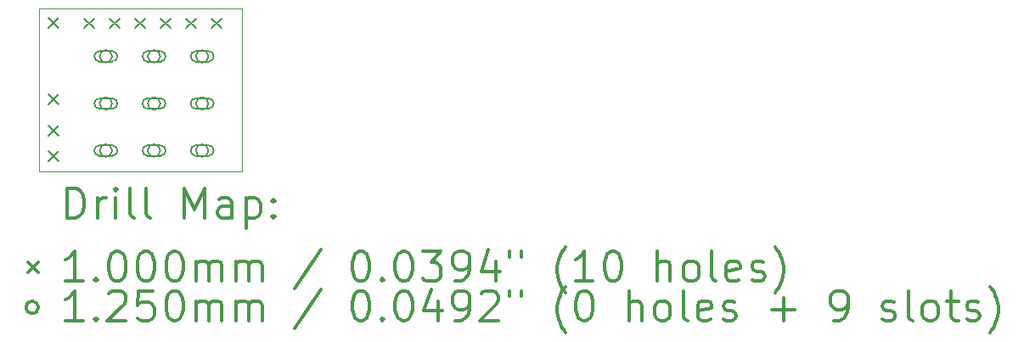
<source format=gbr>
%FSLAX45Y45*%
G04 Gerber Fmt 4.5, Leading zero omitted, Abs format (unit mm)*
G04 Created by KiCad (PCBNEW (5.1.10)-1) date 2022-03-26 18:45:40*
%MOMM*%
%LPD*%
G01*
G04 APERTURE LIST*
%TA.AperFunction,Profile*%
%ADD10C,0.050000*%
%TD*%
%ADD11C,0.200000*%
%ADD12C,0.300000*%
G04 APERTURE END LIST*
D10*
X13850000Y-9050000D02*
X15000000Y-9050000D01*
X13850000Y-10675000D02*
X13850000Y-9050000D01*
X15875000Y-10675000D02*
X13850000Y-10675000D01*
X15875000Y-9050000D02*
X15875000Y-10675000D01*
X15000000Y-9050000D02*
X15875000Y-9050000D01*
D11*
X13950000Y-9144000D02*
X14050000Y-9244000D01*
X14050000Y-9144000D02*
X13950000Y-9244000D01*
X13950000Y-9906000D02*
X14050000Y-10006000D01*
X14050000Y-9906000D02*
X13950000Y-10006000D01*
X13950000Y-10225000D02*
X14050000Y-10325000D01*
X14050000Y-10225000D02*
X13950000Y-10325000D01*
X13950000Y-10479000D02*
X14050000Y-10579000D01*
X14050000Y-10479000D02*
X13950000Y-10579000D01*
X14300000Y-9150000D02*
X14400000Y-9250000D01*
X14400000Y-9150000D02*
X14300000Y-9250000D01*
X14554000Y-9150000D02*
X14654000Y-9250000D01*
X14654000Y-9150000D02*
X14554000Y-9250000D01*
X14808000Y-9150000D02*
X14908000Y-9250000D01*
X14908000Y-9150000D02*
X14808000Y-9250000D01*
X15062000Y-9150000D02*
X15162000Y-9250000D01*
X15162000Y-9150000D02*
X15062000Y-9250000D01*
X15316000Y-9150000D02*
X15416000Y-9250000D01*
X15416000Y-9150000D02*
X15316000Y-9250000D01*
X15570000Y-9150000D02*
X15670000Y-9250000D01*
X15670000Y-9150000D02*
X15570000Y-9250000D01*
X14582500Y-9530000D02*
G75*
G03*
X14582500Y-9530000I-62500J0D01*
G01*
X14457500Y-9582500D02*
X14582500Y-9582500D01*
X14457500Y-9477500D02*
X14582500Y-9477500D01*
X14582500Y-9582500D02*
G75*
G03*
X14582500Y-9477500I0J52500D01*
G01*
X14457500Y-9477500D02*
G75*
G03*
X14457500Y-9582500I0J-52500D01*
G01*
X14582500Y-10000000D02*
G75*
G03*
X14582500Y-10000000I-62500J0D01*
G01*
X14457500Y-10052500D02*
X14582500Y-10052500D01*
X14457500Y-9947500D02*
X14582500Y-9947500D01*
X14582500Y-10052500D02*
G75*
G03*
X14582500Y-9947500I0J52500D01*
G01*
X14457500Y-9947500D02*
G75*
G03*
X14457500Y-10052500I0J-52500D01*
G01*
X14582500Y-10470000D02*
G75*
G03*
X14582500Y-10470000I-62500J0D01*
G01*
X14457500Y-10522500D02*
X14582500Y-10522500D01*
X14457500Y-10417500D02*
X14582500Y-10417500D01*
X14582500Y-10522500D02*
G75*
G03*
X14582500Y-10417500I0J52500D01*
G01*
X14457500Y-10417500D02*
G75*
G03*
X14457500Y-10522500I0J-52500D01*
G01*
X15062500Y-9530000D02*
G75*
G03*
X15062500Y-9530000I-62500J0D01*
G01*
X14937500Y-9582500D02*
X15062500Y-9582500D01*
X14937500Y-9477500D02*
X15062500Y-9477500D01*
X15062500Y-9582500D02*
G75*
G03*
X15062500Y-9477500I0J52500D01*
G01*
X14937500Y-9477500D02*
G75*
G03*
X14937500Y-9582500I0J-52500D01*
G01*
X15062500Y-10000000D02*
G75*
G03*
X15062500Y-10000000I-62500J0D01*
G01*
X14937500Y-10052500D02*
X15062500Y-10052500D01*
X14937500Y-9947500D02*
X15062500Y-9947500D01*
X15062500Y-10052500D02*
G75*
G03*
X15062500Y-9947500I0J52500D01*
G01*
X14937500Y-9947500D02*
G75*
G03*
X14937500Y-10052500I0J-52500D01*
G01*
X15062500Y-10470000D02*
G75*
G03*
X15062500Y-10470000I-62500J0D01*
G01*
X14937500Y-10522500D02*
X15062500Y-10522500D01*
X14937500Y-10417500D02*
X15062500Y-10417500D01*
X15062500Y-10522500D02*
G75*
G03*
X15062500Y-10417500I0J52500D01*
G01*
X14937500Y-10417500D02*
G75*
G03*
X14937500Y-10522500I0J-52500D01*
G01*
X15542500Y-9530000D02*
G75*
G03*
X15542500Y-9530000I-62500J0D01*
G01*
X15417500Y-9582500D02*
X15542500Y-9582500D01*
X15417500Y-9477500D02*
X15542500Y-9477500D01*
X15542500Y-9582500D02*
G75*
G03*
X15542500Y-9477500I0J52500D01*
G01*
X15417500Y-9477500D02*
G75*
G03*
X15417500Y-9582500I0J-52500D01*
G01*
X15542500Y-10000000D02*
G75*
G03*
X15542500Y-10000000I-62500J0D01*
G01*
X15417500Y-10052500D02*
X15542500Y-10052500D01*
X15417500Y-9947500D02*
X15542500Y-9947500D01*
X15542500Y-10052500D02*
G75*
G03*
X15542500Y-9947500I0J52500D01*
G01*
X15417500Y-9947500D02*
G75*
G03*
X15417500Y-10052500I0J-52500D01*
G01*
X15542500Y-10470000D02*
G75*
G03*
X15542500Y-10470000I-62500J0D01*
G01*
X15417500Y-10522500D02*
X15542500Y-10522500D01*
X15417500Y-10417500D02*
X15542500Y-10417500D01*
X15542500Y-10522500D02*
G75*
G03*
X15542500Y-10417500I0J52500D01*
G01*
X15417500Y-10417500D02*
G75*
G03*
X15417500Y-10522500I0J-52500D01*
G01*
D12*
X14133928Y-11143214D02*
X14133928Y-10843214D01*
X14205357Y-10843214D01*
X14248214Y-10857500D01*
X14276786Y-10886072D01*
X14291071Y-10914643D01*
X14305357Y-10971786D01*
X14305357Y-11014643D01*
X14291071Y-11071786D01*
X14276786Y-11100357D01*
X14248214Y-11128929D01*
X14205357Y-11143214D01*
X14133928Y-11143214D01*
X14433928Y-11143214D02*
X14433928Y-10943214D01*
X14433928Y-11000357D02*
X14448214Y-10971786D01*
X14462500Y-10957500D01*
X14491071Y-10943214D01*
X14519643Y-10943214D01*
X14619643Y-11143214D02*
X14619643Y-10943214D01*
X14619643Y-10843214D02*
X14605357Y-10857500D01*
X14619643Y-10871786D01*
X14633928Y-10857500D01*
X14619643Y-10843214D01*
X14619643Y-10871786D01*
X14805357Y-11143214D02*
X14776786Y-11128929D01*
X14762500Y-11100357D01*
X14762500Y-10843214D01*
X14962500Y-11143214D02*
X14933928Y-11128929D01*
X14919643Y-11100357D01*
X14919643Y-10843214D01*
X15305357Y-11143214D02*
X15305357Y-10843214D01*
X15405357Y-11057500D01*
X15505357Y-10843214D01*
X15505357Y-11143214D01*
X15776786Y-11143214D02*
X15776786Y-10986072D01*
X15762500Y-10957500D01*
X15733928Y-10943214D01*
X15676786Y-10943214D01*
X15648214Y-10957500D01*
X15776786Y-11128929D02*
X15748214Y-11143214D01*
X15676786Y-11143214D01*
X15648214Y-11128929D01*
X15633928Y-11100357D01*
X15633928Y-11071786D01*
X15648214Y-11043214D01*
X15676786Y-11028929D01*
X15748214Y-11028929D01*
X15776786Y-11014643D01*
X15919643Y-10943214D02*
X15919643Y-11243214D01*
X15919643Y-10957500D02*
X15948214Y-10943214D01*
X16005357Y-10943214D01*
X16033928Y-10957500D01*
X16048214Y-10971786D01*
X16062500Y-11000357D01*
X16062500Y-11086072D01*
X16048214Y-11114643D01*
X16033928Y-11128929D01*
X16005357Y-11143214D01*
X15948214Y-11143214D01*
X15919643Y-11128929D01*
X16191071Y-11114643D02*
X16205357Y-11128929D01*
X16191071Y-11143214D01*
X16176786Y-11128929D01*
X16191071Y-11114643D01*
X16191071Y-11143214D01*
X16191071Y-10957500D02*
X16205357Y-10971786D01*
X16191071Y-10986072D01*
X16176786Y-10971786D01*
X16191071Y-10957500D01*
X16191071Y-10986072D01*
X13747500Y-11587500D02*
X13847500Y-11687500D01*
X13847500Y-11587500D02*
X13747500Y-11687500D01*
X14291071Y-11773214D02*
X14119643Y-11773214D01*
X14205357Y-11773214D02*
X14205357Y-11473214D01*
X14176786Y-11516071D01*
X14148214Y-11544643D01*
X14119643Y-11558929D01*
X14419643Y-11744643D02*
X14433928Y-11758929D01*
X14419643Y-11773214D01*
X14405357Y-11758929D01*
X14419643Y-11744643D01*
X14419643Y-11773214D01*
X14619643Y-11473214D02*
X14648214Y-11473214D01*
X14676786Y-11487500D01*
X14691071Y-11501786D01*
X14705357Y-11530357D01*
X14719643Y-11587500D01*
X14719643Y-11658929D01*
X14705357Y-11716071D01*
X14691071Y-11744643D01*
X14676786Y-11758929D01*
X14648214Y-11773214D01*
X14619643Y-11773214D01*
X14591071Y-11758929D01*
X14576786Y-11744643D01*
X14562500Y-11716071D01*
X14548214Y-11658929D01*
X14548214Y-11587500D01*
X14562500Y-11530357D01*
X14576786Y-11501786D01*
X14591071Y-11487500D01*
X14619643Y-11473214D01*
X14905357Y-11473214D02*
X14933928Y-11473214D01*
X14962500Y-11487500D01*
X14976786Y-11501786D01*
X14991071Y-11530357D01*
X15005357Y-11587500D01*
X15005357Y-11658929D01*
X14991071Y-11716071D01*
X14976786Y-11744643D01*
X14962500Y-11758929D01*
X14933928Y-11773214D01*
X14905357Y-11773214D01*
X14876786Y-11758929D01*
X14862500Y-11744643D01*
X14848214Y-11716071D01*
X14833928Y-11658929D01*
X14833928Y-11587500D01*
X14848214Y-11530357D01*
X14862500Y-11501786D01*
X14876786Y-11487500D01*
X14905357Y-11473214D01*
X15191071Y-11473214D02*
X15219643Y-11473214D01*
X15248214Y-11487500D01*
X15262500Y-11501786D01*
X15276786Y-11530357D01*
X15291071Y-11587500D01*
X15291071Y-11658929D01*
X15276786Y-11716071D01*
X15262500Y-11744643D01*
X15248214Y-11758929D01*
X15219643Y-11773214D01*
X15191071Y-11773214D01*
X15162500Y-11758929D01*
X15148214Y-11744643D01*
X15133928Y-11716071D01*
X15119643Y-11658929D01*
X15119643Y-11587500D01*
X15133928Y-11530357D01*
X15148214Y-11501786D01*
X15162500Y-11487500D01*
X15191071Y-11473214D01*
X15419643Y-11773214D02*
X15419643Y-11573214D01*
X15419643Y-11601786D02*
X15433928Y-11587500D01*
X15462500Y-11573214D01*
X15505357Y-11573214D01*
X15533928Y-11587500D01*
X15548214Y-11616071D01*
X15548214Y-11773214D01*
X15548214Y-11616071D02*
X15562500Y-11587500D01*
X15591071Y-11573214D01*
X15633928Y-11573214D01*
X15662500Y-11587500D01*
X15676786Y-11616071D01*
X15676786Y-11773214D01*
X15819643Y-11773214D02*
X15819643Y-11573214D01*
X15819643Y-11601786D02*
X15833928Y-11587500D01*
X15862500Y-11573214D01*
X15905357Y-11573214D01*
X15933928Y-11587500D01*
X15948214Y-11616071D01*
X15948214Y-11773214D01*
X15948214Y-11616071D02*
X15962500Y-11587500D01*
X15991071Y-11573214D01*
X16033928Y-11573214D01*
X16062500Y-11587500D01*
X16076786Y-11616071D01*
X16076786Y-11773214D01*
X16662500Y-11458929D02*
X16405357Y-11844643D01*
X17048214Y-11473214D02*
X17076786Y-11473214D01*
X17105357Y-11487500D01*
X17119643Y-11501786D01*
X17133928Y-11530357D01*
X17148214Y-11587500D01*
X17148214Y-11658929D01*
X17133928Y-11716071D01*
X17119643Y-11744643D01*
X17105357Y-11758929D01*
X17076786Y-11773214D01*
X17048214Y-11773214D01*
X17019643Y-11758929D01*
X17005357Y-11744643D01*
X16991071Y-11716071D01*
X16976786Y-11658929D01*
X16976786Y-11587500D01*
X16991071Y-11530357D01*
X17005357Y-11501786D01*
X17019643Y-11487500D01*
X17048214Y-11473214D01*
X17276786Y-11744643D02*
X17291071Y-11758929D01*
X17276786Y-11773214D01*
X17262500Y-11758929D01*
X17276786Y-11744643D01*
X17276786Y-11773214D01*
X17476786Y-11473214D02*
X17505357Y-11473214D01*
X17533928Y-11487500D01*
X17548214Y-11501786D01*
X17562500Y-11530357D01*
X17576786Y-11587500D01*
X17576786Y-11658929D01*
X17562500Y-11716071D01*
X17548214Y-11744643D01*
X17533928Y-11758929D01*
X17505357Y-11773214D01*
X17476786Y-11773214D01*
X17448214Y-11758929D01*
X17433928Y-11744643D01*
X17419643Y-11716071D01*
X17405357Y-11658929D01*
X17405357Y-11587500D01*
X17419643Y-11530357D01*
X17433928Y-11501786D01*
X17448214Y-11487500D01*
X17476786Y-11473214D01*
X17676786Y-11473214D02*
X17862500Y-11473214D01*
X17762500Y-11587500D01*
X17805357Y-11587500D01*
X17833928Y-11601786D01*
X17848214Y-11616071D01*
X17862500Y-11644643D01*
X17862500Y-11716071D01*
X17848214Y-11744643D01*
X17833928Y-11758929D01*
X17805357Y-11773214D01*
X17719643Y-11773214D01*
X17691071Y-11758929D01*
X17676786Y-11744643D01*
X18005357Y-11773214D02*
X18062500Y-11773214D01*
X18091071Y-11758929D01*
X18105357Y-11744643D01*
X18133928Y-11701786D01*
X18148214Y-11644643D01*
X18148214Y-11530357D01*
X18133928Y-11501786D01*
X18119643Y-11487500D01*
X18091071Y-11473214D01*
X18033928Y-11473214D01*
X18005357Y-11487500D01*
X17991071Y-11501786D01*
X17976786Y-11530357D01*
X17976786Y-11601786D01*
X17991071Y-11630357D01*
X18005357Y-11644643D01*
X18033928Y-11658929D01*
X18091071Y-11658929D01*
X18119643Y-11644643D01*
X18133928Y-11630357D01*
X18148214Y-11601786D01*
X18405357Y-11573214D02*
X18405357Y-11773214D01*
X18333928Y-11458929D02*
X18262500Y-11673214D01*
X18448214Y-11673214D01*
X18548214Y-11473214D02*
X18548214Y-11530357D01*
X18662500Y-11473214D02*
X18662500Y-11530357D01*
X19105357Y-11887500D02*
X19091071Y-11873214D01*
X19062500Y-11830357D01*
X19048214Y-11801786D01*
X19033928Y-11758929D01*
X19019643Y-11687500D01*
X19019643Y-11630357D01*
X19033928Y-11558929D01*
X19048214Y-11516071D01*
X19062500Y-11487500D01*
X19091071Y-11444643D01*
X19105357Y-11430357D01*
X19376786Y-11773214D02*
X19205357Y-11773214D01*
X19291071Y-11773214D02*
X19291071Y-11473214D01*
X19262500Y-11516071D01*
X19233928Y-11544643D01*
X19205357Y-11558929D01*
X19562500Y-11473214D02*
X19591071Y-11473214D01*
X19619643Y-11487500D01*
X19633928Y-11501786D01*
X19648214Y-11530357D01*
X19662500Y-11587500D01*
X19662500Y-11658929D01*
X19648214Y-11716071D01*
X19633928Y-11744643D01*
X19619643Y-11758929D01*
X19591071Y-11773214D01*
X19562500Y-11773214D01*
X19533928Y-11758929D01*
X19519643Y-11744643D01*
X19505357Y-11716071D01*
X19491071Y-11658929D01*
X19491071Y-11587500D01*
X19505357Y-11530357D01*
X19519643Y-11501786D01*
X19533928Y-11487500D01*
X19562500Y-11473214D01*
X20019643Y-11773214D02*
X20019643Y-11473214D01*
X20148214Y-11773214D02*
X20148214Y-11616071D01*
X20133928Y-11587500D01*
X20105357Y-11573214D01*
X20062500Y-11573214D01*
X20033928Y-11587500D01*
X20019643Y-11601786D01*
X20333928Y-11773214D02*
X20305357Y-11758929D01*
X20291071Y-11744643D01*
X20276786Y-11716071D01*
X20276786Y-11630357D01*
X20291071Y-11601786D01*
X20305357Y-11587500D01*
X20333928Y-11573214D01*
X20376786Y-11573214D01*
X20405357Y-11587500D01*
X20419643Y-11601786D01*
X20433928Y-11630357D01*
X20433928Y-11716071D01*
X20419643Y-11744643D01*
X20405357Y-11758929D01*
X20376786Y-11773214D01*
X20333928Y-11773214D01*
X20605357Y-11773214D02*
X20576786Y-11758929D01*
X20562500Y-11730357D01*
X20562500Y-11473214D01*
X20833928Y-11758929D02*
X20805357Y-11773214D01*
X20748214Y-11773214D01*
X20719643Y-11758929D01*
X20705357Y-11730357D01*
X20705357Y-11616071D01*
X20719643Y-11587500D01*
X20748214Y-11573214D01*
X20805357Y-11573214D01*
X20833928Y-11587500D01*
X20848214Y-11616071D01*
X20848214Y-11644643D01*
X20705357Y-11673214D01*
X20962500Y-11758929D02*
X20991071Y-11773214D01*
X21048214Y-11773214D01*
X21076786Y-11758929D01*
X21091071Y-11730357D01*
X21091071Y-11716071D01*
X21076786Y-11687500D01*
X21048214Y-11673214D01*
X21005357Y-11673214D01*
X20976786Y-11658929D01*
X20962500Y-11630357D01*
X20962500Y-11616071D01*
X20976786Y-11587500D01*
X21005357Y-11573214D01*
X21048214Y-11573214D01*
X21076786Y-11587500D01*
X21191071Y-11887500D02*
X21205357Y-11873214D01*
X21233928Y-11830357D01*
X21248214Y-11801786D01*
X21262500Y-11758929D01*
X21276786Y-11687500D01*
X21276786Y-11630357D01*
X21262500Y-11558929D01*
X21248214Y-11516071D01*
X21233928Y-11487500D01*
X21205357Y-11444643D01*
X21191071Y-11430357D01*
X13847500Y-12033500D02*
G75*
G03*
X13847500Y-12033500I-62500J0D01*
G01*
X14291071Y-12169214D02*
X14119643Y-12169214D01*
X14205357Y-12169214D02*
X14205357Y-11869214D01*
X14176786Y-11912071D01*
X14148214Y-11940643D01*
X14119643Y-11954929D01*
X14419643Y-12140643D02*
X14433928Y-12154929D01*
X14419643Y-12169214D01*
X14405357Y-12154929D01*
X14419643Y-12140643D01*
X14419643Y-12169214D01*
X14548214Y-11897786D02*
X14562500Y-11883500D01*
X14591071Y-11869214D01*
X14662500Y-11869214D01*
X14691071Y-11883500D01*
X14705357Y-11897786D01*
X14719643Y-11926357D01*
X14719643Y-11954929D01*
X14705357Y-11997786D01*
X14533928Y-12169214D01*
X14719643Y-12169214D01*
X14991071Y-11869214D02*
X14848214Y-11869214D01*
X14833928Y-12012071D01*
X14848214Y-11997786D01*
X14876786Y-11983500D01*
X14948214Y-11983500D01*
X14976786Y-11997786D01*
X14991071Y-12012071D01*
X15005357Y-12040643D01*
X15005357Y-12112071D01*
X14991071Y-12140643D01*
X14976786Y-12154929D01*
X14948214Y-12169214D01*
X14876786Y-12169214D01*
X14848214Y-12154929D01*
X14833928Y-12140643D01*
X15191071Y-11869214D02*
X15219643Y-11869214D01*
X15248214Y-11883500D01*
X15262500Y-11897786D01*
X15276786Y-11926357D01*
X15291071Y-11983500D01*
X15291071Y-12054929D01*
X15276786Y-12112071D01*
X15262500Y-12140643D01*
X15248214Y-12154929D01*
X15219643Y-12169214D01*
X15191071Y-12169214D01*
X15162500Y-12154929D01*
X15148214Y-12140643D01*
X15133928Y-12112071D01*
X15119643Y-12054929D01*
X15119643Y-11983500D01*
X15133928Y-11926357D01*
X15148214Y-11897786D01*
X15162500Y-11883500D01*
X15191071Y-11869214D01*
X15419643Y-12169214D02*
X15419643Y-11969214D01*
X15419643Y-11997786D02*
X15433928Y-11983500D01*
X15462500Y-11969214D01*
X15505357Y-11969214D01*
X15533928Y-11983500D01*
X15548214Y-12012071D01*
X15548214Y-12169214D01*
X15548214Y-12012071D02*
X15562500Y-11983500D01*
X15591071Y-11969214D01*
X15633928Y-11969214D01*
X15662500Y-11983500D01*
X15676786Y-12012071D01*
X15676786Y-12169214D01*
X15819643Y-12169214D02*
X15819643Y-11969214D01*
X15819643Y-11997786D02*
X15833928Y-11983500D01*
X15862500Y-11969214D01*
X15905357Y-11969214D01*
X15933928Y-11983500D01*
X15948214Y-12012071D01*
X15948214Y-12169214D01*
X15948214Y-12012071D02*
X15962500Y-11983500D01*
X15991071Y-11969214D01*
X16033928Y-11969214D01*
X16062500Y-11983500D01*
X16076786Y-12012071D01*
X16076786Y-12169214D01*
X16662500Y-11854929D02*
X16405357Y-12240643D01*
X17048214Y-11869214D02*
X17076786Y-11869214D01*
X17105357Y-11883500D01*
X17119643Y-11897786D01*
X17133928Y-11926357D01*
X17148214Y-11983500D01*
X17148214Y-12054929D01*
X17133928Y-12112071D01*
X17119643Y-12140643D01*
X17105357Y-12154929D01*
X17076786Y-12169214D01*
X17048214Y-12169214D01*
X17019643Y-12154929D01*
X17005357Y-12140643D01*
X16991071Y-12112071D01*
X16976786Y-12054929D01*
X16976786Y-11983500D01*
X16991071Y-11926357D01*
X17005357Y-11897786D01*
X17019643Y-11883500D01*
X17048214Y-11869214D01*
X17276786Y-12140643D02*
X17291071Y-12154929D01*
X17276786Y-12169214D01*
X17262500Y-12154929D01*
X17276786Y-12140643D01*
X17276786Y-12169214D01*
X17476786Y-11869214D02*
X17505357Y-11869214D01*
X17533928Y-11883500D01*
X17548214Y-11897786D01*
X17562500Y-11926357D01*
X17576786Y-11983500D01*
X17576786Y-12054929D01*
X17562500Y-12112071D01*
X17548214Y-12140643D01*
X17533928Y-12154929D01*
X17505357Y-12169214D01*
X17476786Y-12169214D01*
X17448214Y-12154929D01*
X17433928Y-12140643D01*
X17419643Y-12112071D01*
X17405357Y-12054929D01*
X17405357Y-11983500D01*
X17419643Y-11926357D01*
X17433928Y-11897786D01*
X17448214Y-11883500D01*
X17476786Y-11869214D01*
X17833928Y-11969214D02*
X17833928Y-12169214D01*
X17762500Y-11854929D02*
X17691071Y-12069214D01*
X17876786Y-12069214D01*
X18005357Y-12169214D02*
X18062500Y-12169214D01*
X18091071Y-12154929D01*
X18105357Y-12140643D01*
X18133928Y-12097786D01*
X18148214Y-12040643D01*
X18148214Y-11926357D01*
X18133928Y-11897786D01*
X18119643Y-11883500D01*
X18091071Y-11869214D01*
X18033928Y-11869214D01*
X18005357Y-11883500D01*
X17991071Y-11897786D01*
X17976786Y-11926357D01*
X17976786Y-11997786D01*
X17991071Y-12026357D01*
X18005357Y-12040643D01*
X18033928Y-12054929D01*
X18091071Y-12054929D01*
X18119643Y-12040643D01*
X18133928Y-12026357D01*
X18148214Y-11997786D01*
X18262500Y-11897786D02*
X18276786Y-11883500D01*
X18305357Y-11869214D01*
X18376786Y-11869214D01*
X18405357Y-11883500D01*
X18419643Y-11897786D01*
X18433928Y-11926357D01*
X18433928Y-11954929D01*
X18419643Y-11997786D01*
X18248214Y-12169214D01*
X18433928Y-12169214D01*
X18548214Y-11869214D02*
X18548214Y-11926357D01*
X18662500Y-11869214D02*
X18662500Y-11926357D01*
X19105357Y-12283500D02*
X19091071Y-12269214D01*
X19062500Y-12226357D01*
X19048214Y-12197786D01*
X19033928Y-12154929D01*
X19019643Y-12083500D01*
X19019643Y-12026357D01*
X19033928Y-11954929D01*
X19048214Y-11912071D01*
X19062500Y-11883500D01*
X19091071Y-11840643D01*
X19105357Y-11826357D01*
X19276786Y-11869214D02*
X19305357Y-11869214D01*
X19333928Y-11883500D01*
X19348214Y-11897786D01*
X19362500Y-11926357D01*
X19376786Y-11983500D01*
X19376786Y-12054929D01*
X19362500Y-12112071D01*
X19348214Y-12140643D01*
X19333928Y-12154929D01*
X19305357Y-12169214D01*
X19276786Y-12169214D01*
X19248214Y-12154929D01*
X19233928Y-12140643D01*
X19219643Y-12112071D01*
X19205357Y-12054929D01*
X19205357Y-11983500D01*
X19219643Y-11926357D01*
X19233928Y-11897786D01*
X19248214Y-11883500D01*
X19276786Y-11869214D01*
X19733928Y-12169214D02*
X19733928Y-11869214D01*
X19862500Y-12169214D02*
X19862500Y-12012071D01*
X19848214Y-11983500D01*
X19819643Y-11969214D01*
X19776786Y-11969214D01*
X19748214Y-11983500D01*
X19733928Y-11997786D01*
X20048214Y-12169214D02*
X20019643Y-12154929D01*
X20005357Y-12140643D01*
X19991071Y-12112071D01*
X19991071Y-12026357D01*
X20005357Y-11997786D01*
X20019643Y-11983500D01*
X20048214Y-11969214D01*
X20091071Y-11969214D01*
X20119643Y-11983500D01*
X20133928Y-11997786D01*
X20148214Y-12026357D01*
X20148214Y-12112071D01*
X20133928Y-12140643D01*
X20119643Y-12154929D01*
X20091071Y-12169214D01*
X20048214Y-12169214D01*
X20319643Y-12169214D02*
X20291071Y-12154929D01*
X20276786Y-12126357D01*
X20276786Y-11869214D01*
X20548214Y-12154929D02*
X20519643Y-12169214D01*
X20462500Y-12169214D01*
X20433928Y-12154929D01*
X20419643Y-12126357D01*
X20419643Y-12012071D01*
X20433928Y-11983500D01*
X20462500Y-11969214D01*
X20519643Y-11969214D01*
X20548214Y-11983500D01*
X20562500Y-12012071D01*
X20562500Y-12040643D01*
X20419643Y-12069214D01*
X20676786Y-12154929D02*
X20705357Y-12169214D01*
X20762500Y-12169214D01*
X20791071Y-12154929D01*
X20805357Y-12126357D01*
X20805357Y-12112071D01*
X20791071Y-12083500D01*
X20762500Y-12069214D01*
X20719643Y-12069214D01*
X20691071Y-12054929D01*
X20676786Y-12026357D01*
X20676786Y-12012071D01*
X20691071Y-11983500D01*
X20719643Y-11969214D01*
X20762500Y-11969214D01*
X20791071Y-11983500D01*
X21162500Y-12054929D02*
X21391071Y-12054929D01*
X21276786Y-12169214D02*
X21276786Y-11940643D01*
X21776786Y-12169214D02*
X21833928Y-12169214D01*
X21862500Y-12154929D01*
X21876786Y-12140643D01*
X21905357Y-12097786D01*
X21919643Y-12040643D01*
X21919643Y-11926357D01*
X21905357Y-11897786D01*
X21891071Y-11883500D01*
X21862500Y-11869214D01*
X21805357Y-11869214D01*
X21776786Y-11883500D01*
X21762500Y-11897786D01*
X21748214Y-11926357D01*
X21748214Y-11997786D01*
X21762500Y-12026357D01*
X21776786Y-12040643D01*
X21805357Y-12054929D01*
X21862500Y-12054929D01*
X21891071Y-12040643D01*
X21905357Y-12026357D01*
X21919643Y-11997786D01*
X22262500Y-12154929D02*
X22291071Y-12169214D01*
X22348214Y-12169214D01*
X22376786Y-12154929D01*
X22391071Y-12126357D01*
X22391071Y-12112071D01*
X22376786Y-12083500D01*
X22348214Y-12069214D01*
X22305357Y-12069214D01*
X22276786Y-12054929D01*
X22262500Y-12026357D01*
X22262500Y-12012071D01*
X22276786Y-11983500D01*
X22305357Y-11969214D01*
X22348214Y-11969214D01*
X22376786Y-11983500D01*
X22562500Y-12169214D02*
X22533928Y-12154929D01*
X22519643Y-12126357D01*
X22519643Y-11869214D01*
X22719643Y-12169214D02*
X22691071Y-12154929D01*
X22676786Y-12140643D01*
X22662500Y-12112071D01*
X22662500Y-12026357D01*
X22676786Y-11997786D01*
X22691071Y-11983500D01*
X22719643Y-11969214D01*
X22762500Y-11969214D01*
X22791071Y-11983500D01*
X22805357Y-11997786D01*
X22819643Y-12026357D01*
X22819643Y-12112071D01*
X22805357Y-12140643D01*
X22791071Y-12154929D01*
X22762500Y-12169214D01*
X22719643Y-12169214D01*
X22905357Y-11969214D02*
X23019643Y-11969214D01*
X22948214Y-11869214D02*
X22948214Y-12126357D01*
X22962500Y-12154929D01*
X22991071Y-12169214D01*
X23019643Y-12169214D01*
X23105357Y-12154929D02*
X23133928Y-12169214D01*
X23191071Y-12169214D01*
X23219643Y-12154929D01*
X23233928Y-12126357D01*
X23233928Y-12112071D01*
X23219643Y-12083500D01*
X23191071Y-12069214D01*
X23148214Y-12069214D01*
X23119643Y-12054929D01*
X23105357Y-12026357D01*
X23105357Y-12012071D01*
X23119643Y-11983500D01*
X23148214Y-11969214D01*
X23191071Y-11969214D01*
X23219643Y-11983500D01*
X23333928Y-12283500D02*
X23348214Y-12269214D01*
X23376786Y-12226357D01*
X23391071Y-12197786D01*
X23405357Y-12154929D01*
X23419643Y-12083500D01*
X23419643Y-12026357D01*
X23405357Y-11954929D01*
X23391071Y-11912071D01*
X23376786Y-11883500D01*
X23348214Y-11840643D01*
X23333928Y-11826357D01*
M02*

</source>
